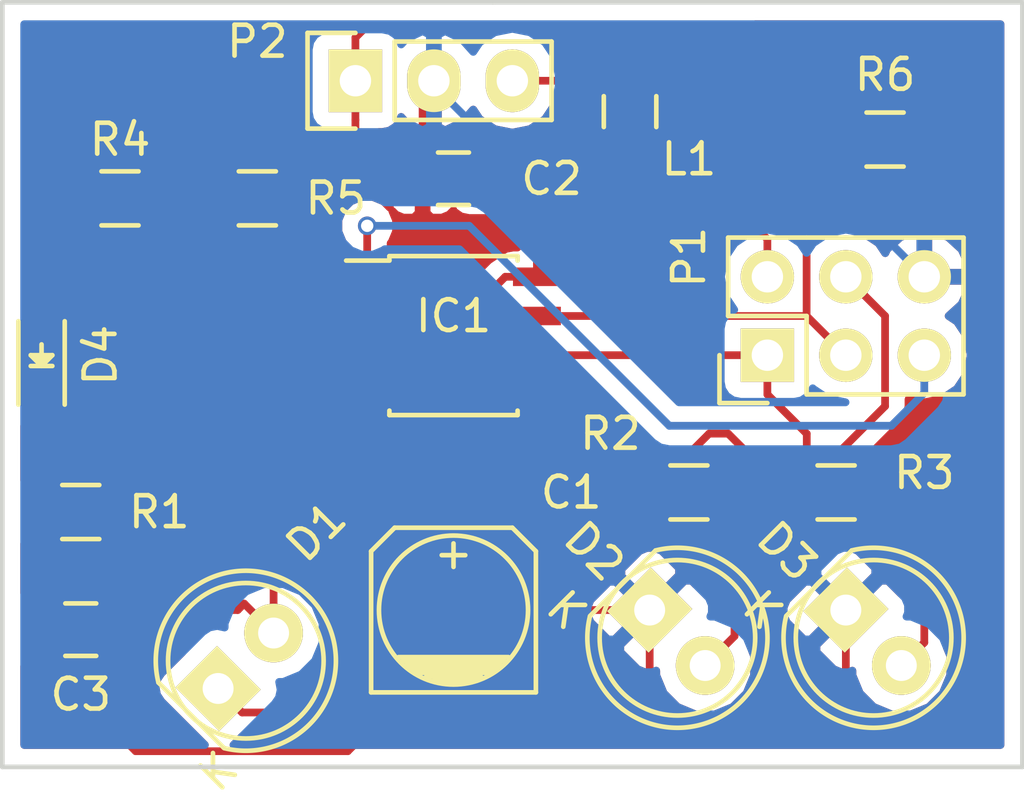
<source format=kicad_pcb>
(kicad_pcb (version 4) (host pcbnew 4.0.1-stable)

  (general
    (links 32)
    (no_connects 0)
    (area 130.099999 84.379999 163.270001 109.295001)
    (thickness 1.6)
    (drawings 5)
    (tracks 134)
    (zones 0)
    (modules 17)
    (nets 14)
  )

  (page A4)
  (layers
    (0 F.Cu signal)
    (31 B.Cu signal)
    (32 B.Adhes user)
    (33 F.Adhes user)
    (34 B.Paste user)
    (35 F.Paste user)
    (36 B.SilkS user)
    (37 F.SilkS user)
    (38 B.Mask user)
    (39 F.Mask user)
    (40 Dwgs.User user)
    (41 Cmts.User user)
    (42 Eco1.User user)
    (43 Eco2.User user)
    (44 Edge.Cuts user)
    (45 Margin user)
    (46 B.CrtYd user)
    (47 F.CrtYd user)
    (48 B.Fab user)
    (49 F.Fab user)
  )

  (setup
    (last_trace_width 0.25)
    (trace_clearance 0.2)
    (zone_clearance 0.508)
    (zone_45_only no)
    (trace_min 0.2)
    (segment_width 0.2)
    (edge_width 0.15)
    (via_size 0.6)
    (via_drill 0.4)
    (via_min_size 0.4)
    (via_min_drill 0.3)
    (uvia_size 0.3)
    (uvia_drill 0.1)
    (uvias_allowed no)
    (uvia_min_size 0.2)
    (uvia_min_drill 0.1)
    (pcb_text_width 0.3)
    (pcb_text_size 1.5 1.5)
    (mod_edge_width 0.15)
    (mod_text_size 1 1)
    (mod_text_width 0.15)
    (pad_size 1.524 1.524)
    (pad_drill 0.762)
    (pad_to_mask_clearance 0.2)
    (aux_axis_origin 0 0)
    (visible_elements FFFFFF7F)
    (pcbplotparams
      (layerselection 0x00030_80000001)
      (usegerberextensions false)
      (excludeedgelayer true)
      (linewidth 0.100000)
      (plotframeref false)
      (viasonmask false)
      (mode 1)
      (useauxorigin false)
      (hpglpennumber 1)
      (hpglpenspeed 20)
      (hpglpendiameter 15)
      (hpglpenoverlay 2)
      (psnegative false)
      (psa4output false)
      (plotreference true)
      (plotvalue true)
      (plotinvisibletext false)
      (padsonsilk false)
      (subtractmaskfromsilk false)
      (outputformat 1)
      (mirror false)
      (drillshape 1)
      (scaleselection 1)
      (outputdirectory ""))
  )

  (net 0 "")
  (net 1 "Net-(C1-Pad1)")
  (net 2 GND)
  (net 3 VCC)
  (net 4 "Net-(D2-Pad2)")
  (net 5 "Net-(D3-Pad2)")
  (net 6 "Net-(D4-Pad2)")
  (net 7 "Net-(IC1-Pad1)")
  (net 8 "Net-(IC1-Pad2)")
  (net 9 "Net-(IC1-Pad5)")
  (net 10 "Net-(IC1-Pad6)")
  (net 11 "Net-(IC1-Pad7)")
  (net 12 "Net-(L1-Pad2)")
  (net 13 "Net-(P2-Pad1)")

  (net_class Default "This is the default net class."
    (clearance 0.2)
    (trace_width 0.25)
    (via_dia 0.6)
    (via_drill 0.4)
    (uvia_dia 0.3)
    (uvia_drill 0.1)
    (add_net GND)
    (add_net "Net-(C1-Pad1)")
    (add_net "Net-(D2-Pad2)")
    (add_net "Net-(D3-Pad2)")
    (add_net "Net-(D4-Pad2)")
    (add_net "Net-(IC1-Pad1)")
    (add_net "Net-(IC1-Pad2)")
    (add_net "Net-(IC1-Pad5)")
    (add_net "Net-(IC1-Pad6)")
    (add_net "Net-(IC1-Pad7)")
    (add_net "Net-(L1-Pad2)")
    (add_net "Net-(P2-Pad1)")
    (add_net VCC)
  )

  (module LEDs:LED-5MM (layer F.Cu) (tedit 5570F7EA) (tstamp 56EA04A1)
    (at 151.13 104.14 315)
    (descr "LED 5mm round vertical")
    (tags "LED 5mm round vertical")
    (path /56E9FFED)
    (fp_text reference D2 (at -2.617038 -0.077039 315) (layer F.SilkS)
      (effects (font (size 1 1) (thickness 0.15)))
    )
    (fp_text value IR1 (at 1.524 -3.937 315) (layer F.Fab)
      (effects (font (size 1 1) (thickness 0.15)))
    )
    (fp_line (start -1.5 -1.55) (end -1.5 1.55) (layer F.CrtYd) (width 0.05))
    (fp_arc (start 1.3 0) (end -1.5 1.55) (angle -302) (layer F.CrtYd) (width 0.05))
    (fp_arc (start 1.27 0) (end -1.23 -1.5) (angle 297.5) (layer F.SilkS) (width 0.15))
    (fp_line (start -1.23 1.5) (end -1.23 -1.5) (layer F.SilkS) (width 0.15))
    (fp_circle (center 1.27 0) (end 0.97 -2.5) (layer F.SilkS) (width 0.15))
    (fp_text user K (at -1.905 1.905 315) (layer F.SilkS)
      (effects (font (size 1 1) (thickness 0.15)))
    )
    (pad 1 thru_hole rect (at 0 0 45) (size 2 1.9) (drill 1.00076) (layers *.Cu *.Mask F.SilkS)
      (net 2 GND))
    (pad 2 thru_hole circle (at 2.54 0 315) (size 1.9 1.9) (drill 1.00076) (layers *.Cu *.Mask F.SilkS)
      (net 4 "Net-(D2-Pad2)"))
    (model LEDs.3dshapes/LED-5MM.wrl
      (at (xyz 0.05 0 0))
      (scale (xyz 1 1 1))
      (rotate (xyz 0 0 90))
    )
  )

  (module Capacitors_SMD:C_0805 (layer F.Cu) (tedit 5415D6EA) (tstamp 56EA048F)
    (at 144.78 90.17 180)
    (descr "Capacitor SMD 0805, reflow soldering, AVX (see smccp.pdf)")
    (tags "capacitor 0805")
    (path /56E9FE32)
    (attr smd)
    (fp_text reference C2 (at -3.175 0 180) (layer F.SilkS)
      (effects (font (size 1 1) (thickness 0.15)))
    )
    (fp_text value 100nF (at 0 2.1 180) (layer F.Fab)
      (effects (font (size 1 1) (thickness 0.15)))
    )
    (fp_line (start -1.8 -1) (end 1.8 -1) (layer F.CrtYd) (width 0.05))
    (fp_line (start -1.8 1) (end 1.8 1) (layer F.CrtYd) (width 0.05))
    (fp_line (start -1.8 -1) (end -1.8 1) (layer F.CrtYd) (width 0.05))
    (fp_line (start 1.8 -1) (end 1.8 1) (layer F.CrtYd) (width 0.05))
    (fp_line (start 0.5 -0.85) (end -0.5 -0.85) (layer F.SilkS) (width 0.15))
    (fp_line (start -0.5 0.85) (end 0.5 0.85) (layer F.SilkS) (width 0.15))
    (pad 1 smd rect (at -1 0 180) (size 1 1.25) (layers F.Cu F.Paste F.Mask)
      (net 1 "Net-(C1-Pad1)"))
    (pad 2 smd rect (at 1 0 180) (size 1 1.25) (layers F.Cu F.Paste F.Mask)
      (net 2 GND))
    (model Capacitors_SMD.3dshapes/C_0805.wrl
      (at (xyz 0 0 0))
      (scale (xyz 1 1 1))
      (rotate (xyz 0 0 0))
    )
  )

  (module Capacitors_SMD:C_0805 (layer F.Cu) (tedit 5415D6EA) (tstamp 56EA0495)
    (at 132.715 104.775 180)
    (descr "Capacitor SMD 0805, reflow soldering, AVX (see smccp.pdf)")
    (tags "capacitor 0805")
    (path /56E9FF0F)
    (attr smd)
    (fp_text reference C3 (at 0 -2.1 180) (layer F.SilkS)
      (effects (font (size 1 1) (thickness 0.15)))
    )
    (fp_text value 1nF (at 0 2.1 180) (layer F.Fab)
      (effects (font (size 1 1) (thickness 0.15)))
    )
    (fp_line (start -1.8 -1) (end 1.8 -1) (layer F.CrtYd) (width 0.05))
    (fp_line (start -1.8 1) (end 1.8 1) (layer F.CrtYd) (width 0.05))
    (fp_line (start -1.8 -1) (end -1.8 1) (layer F.CrtYd) (width 0.05))
    (fp_line (start 1.8 -1) (end 1.8 1) (layer F.CrtYd) (width 0.05))
    (fp_line (start 0.5 -0.85) (end -0.5 -0.85) (layer F.SilkS) (width 0.15))
    (fp_line (start -0.5 0.85) (end 0.5 0.85) (layer F.SilkS) (width 0.15))
    (pad 1 smd rect (at -1 0 180) (size 1 1.25) (layers F.Cu F.Paste F.Mask)
      (net 3 VCC))
    (pad 2 smd rect (at 1 0 180) (size 1 1.25) (layers F.Cu F.Paste F.Mask)
      (net 2 GND))
    (model Capacitors_SMD.3dshapes/C_0805.wrl
      (at (xyz 0 0 0))
      (scale (xyz 1 1 1))
      (rotate (xyz 0 0 0))
    )
  )

  (module LEDs:LED-5MM (layer F.Cu) (tedit 5570F7EA) (tstamp 56EA049B)
    (at 137.16 106.68 45)
    (descr "LED 5mm round vertical")
    (tags "LED 5mm round vertical")
    (path /56EA38D2)
    (fp_text reference D1 (at 5.837166 -1.347038 45) (layer F.SilkS)
      (effects (font (size 1 1) (thickness 0.15)))
    )
    (fp_text value SFH3100F (at 1.524 -3.937 45) (layer F.Fab)
      (effects (font (size 1 1) (thickness 0.15)))
    )
    (fp_line (start -1.5 -1.55) (end -1.5 1.55) (layer F.CrtYd) (width 0.05))
    (fp_arc (start 1.3 0) (end -1.5 1.55) (angle -302) (layer F.CrtYd) (width 0.05))
    (fp_arc (start 1.27 0) (end -1.23 -1.5) (angle 297.5) (layer F.SilkS) (width 0.15))
    (fp_line (start -1.23 1.5) (end -1.23 -1.5) (layer F.SilkS) (width 0.15))
    (fp_circle (center 1.27 0) (end 0.97 -2.5) (layer F.SilkS) (width 0.15))
    (fp_text user K (at -1.905 1.905 45) (layer F.SilkS)
      (effects (font (size 1 1) (thickness 0.15)))
    )
    (pad 1 thru_hole rect (at 0 0 135) (size 2 1.9) (drill 1.00076) (layers *.Cu *.Mask F.SilkS)
      (net 1 "Net-(C1-Pad1)"))
    (pad 2 thru_hole circle (at 2.54 0 45) (size 1.9 1.9) (drill 1.00076) (layers *.Cu *.Mask F.SilkS)
      (net 3 VCC))
    (model LEDs.3dshapes/LED-5MM.wrl
      (at (xyz 0.05 0 0))
      (scale (xyz 1 1 1))
      (rotate (xyz 0 0 90))
    )
  )

  (module LEDs:LED-5MM (layer F.Cu) (tedit 5570F7EA) (tstamp 56EA04A7)
    (at 157.48 104.14 315)
    (descr "LED 5mm round vertical")
    (tags "LED 5mm round vertical")
    (path /56EA003D)
    (fp_text reference D3 (at -2.694077 0 315) (layer F.SilkS)
      (effects (font (size 1 1) (thickness 0.15)))
    )
    (fp_text value IR2 (at 1.524 -3.937 315) (layer F.Fab)
      (effects (font (size 1 1) (thickness 0.15)))
    )
    (fp_line (start -1.5 -1.55) (end -1.5 1.55) (layer F.CrtYd) (width 0.05))
    (fp_arc (start 1.3 0) (end -1.5 1.55) (angle -302) (layer F.CrtYd) (width 0.05))
    (fp_arc (start 1.27 0) (end -1.23 -1.5) (angle 297.5) (layer F.SilkS) (width 0.15))
    (fp_line (start -1.23 1.5) (end -1.23 -1.5) (layer F.SilkS) (width 0.15))
    (fp_circle (center 1.27 0) (end 0.97 -2.5) (layer F.SilkS) (width 0.15))
    (fp_text user K (at -1.905 1.905 315) (layer F.SilkS)
      (effects (font (size 1 1) (thickness 0.15)))
    )
    (pad 1 thru_hole rect (at 0 0 45) (size 2 1.9) (drill 1.00076) (layers *.Cu *.Mask F.SilkS)
      (net 2 GND))
    (pad 2 thru_hole circle (at 2.54 0 315) (size 1.9 1.9) (drill 1.00076) (layers *.Cu *.Mask F.SilkS)
      (net 5 "Net-(D3-Pad2)"))
    (model LEDs.3dshapes/LED-5MM.wrl
      (at (xyz 0.05 0 0))
      (scale (xyz 1 1 1))
      (rotate (xyz 0 0 90))
    )
  )

  (module LEDs:LED_0805 (layer F.Cu) (tedit 55BDE1C2) (tstamp 56EA04AD)
    (at 131.445 95.885 90)
    (descr "LED 0805 smd package")
    (tags "LED 0805 SMD")
    (path /56EA0088)
    (attr smd)
    (fp_text reference D4 (at 0 1.905 90) (layer F.SilkS)
      (effects (font (size 1 1) (thickness 0.15)))
    )
    (fp_text value PWR (at 0 1.75 90) (layer F.Fab)
      (effects (font (size 1 1) (thickness 0.15)))
    )
    (fp_line (start -1.6 0.75) (end 1.1 0.75) (layer F.SilkS) (width 0.15))
    (fp_line (start -1.6 -0.75) (end 1.1 -0.75) (layer F.SilkS) (width 0.15))
    (fp_line (start -0.1 0.15) (end -0.1 -0.1) (layer F.SilkS) (width 0.15))
    (fp_line (start -0.1 -0.1) (end -0.25 0.05) (layer F.SilkS) (width 0.15))
    (fp_line (start -0.35 -0.35) (end -0.35 0.35) (layer F.SilkS) (width 0.15))
    (fp_line (start 0 0) (end 0.35 0) (layer F.SilkS) (width 0.15))
    (fp_line (start -0.35 0) (end 0 -0.35) (layer F.SilkS) (width 0.15))
    (fp_line (start 0 -0.35) (end 0 0.35) (layer F.SilkS) (width 0.15))
    (fp_line (start 0 0.35) (end -0.35 0) (layer F.SilkS) (width 0.15))
    (fp_line (start 1.9 -0.95) (end 1.9 0.95) (layer F.CrtYd) (width 0.05))
    (fp_line (start 1.9 0.95) (end -1.9 0.95) (layer F.CrtYd) (width 0.05))
    (fp_line (start -1.9 0.95) (end -1.9 -0.95) (layer F.CrtYd) (width 0.05))
    (fp_line (start -1.9 -0.95) (end 1.9 -0.95) (layer F.CrtYd) (width 0.05))
    (pad 2 smd rect (at 1.04902 0 270) (size 1.19888 1.19888) (layers F.Cu F.Paste F.Mask)
      (net 6 "Net-(D4-Pad2)"))
    (pad 1 smd rect (at -1.04902 0 270) (size 1.19888 1.19888) (layers F.Cu F.Paste F.Mask)
      (net 2 GND))
    (model LEDs.3dshapes/LED_0805.wrl
      (at (xyz 0 0 0))
      (scale (xyz 1 1 1))
      (rotate (xyz 0 0 0))
    )
  )

  (module Housings_SOIC:SOIC-8_3.9x4.9mm_Pitch1.27mm (layer F.Cu) (tedit 54130A77) (tstamp 56EA04B9)
    (at 144.78 95.25)
    (descr "8-Lead Plastic Small Outline (SN) - Narrow, 3.90 mm Body [SOIC] (see Microchip Packaging Specification 00000049BS.pdf)")
    (tags "SOIC 1.27")
    (path /56E9FD4A)
    (attr smd)
    (fp_text reference IC1 (at 0 -0.635) (layer F.SilkS)
      (effects (font (size 1 1) (thickness 0.15)))
    )
    (fp_text value ATTINY25-SS (at 0 3.5) (layer F.Fab)
      (effects (font (size 1 1) (thickness 0.15)))
    )
    (fp_line (start -3.75 -2.75) (end -3.75 2.75) (layer F.CrtYd) (width 0.05))
    (fp_line (start 3.75 -2.75) (end 3.75 2.75) (layer F.CrtYd) (width 0.05))
    (fp_line (start -3.75 -2.75) (end 3.75 -2.75) (layer F.CrtYd) (width 0.05))
    (fp_line (start -3.75 2.75) (end 3.75 2.75) (layer F.CrtYd) (width 0.05))
    (fp_line (start -2.075 -2.575) (end -2.075 -2.43) (layer F.SilkS) (width 0.15))
    (fp_line (start 2.075 -2.575) (end 2.075 -2.43) (layer F.SilkS) (width 0.15))
    (fp_line (start 2.075 2.575) (end 2.075 2.43) (layer F.SilkS) (width 0.15))
    (fp_line (start -2.075 2.575) (end -2.075 2.43) (layer F.SilkS) (width 0.15))
    (fp_line (start -2.075 -2.575) (end 2.075 -2.575) (layer F.SilkS) (width 0.15))
    (fp_line (start -2.075 2.575) (end 2.075 2.575) (layer F.SilkS) (width 0.15))
    (fp_line (start -2.075 -2.43) (end -3.475 -2.43) (layer F.SilkS) (width 0.15))
    (pad 1 smd rect (at -2.7 -1.905) (size 1.55 0.6) (layers F.Cu F.Paste F.Mask)
      (net 7 "Net-(IC1-Pad1)"))
    (pad 2 smd rect (at -2.7 -0.635) (size 1.55 0.6) (layers F.Cu F.Paste F.Mask)
      (net 8 "Net-(IC1-Pad2)"))
    (pad 3 smd rect (at -2.7 0.635) (size 1.55 0.6) (layers F.Cu F.Paste F.Mask)
      (net 3 VCC))
    (pad 4 smd rect (at -2.7 1.905) (size 1.55 0.6) (layers F.Cu F.Paste F.Mask)
      (net 2 GND))
    (pad 5 smd rect (at 2.7 1.905) (size 1.55 0.6) (layers F.Cu F.Paste F.Mask)
      (net 9 "Net-(IC1-Pad5)"))
    (pad 6 smd rect (at 2.7 0.635) (size 1.55 0.6) (layers F.Cu F.Paste F.Mask)
      (net 10 "Net-(IC1-Pad6)"))
    (pad 7 smd rect (at 2.7 -0.635) (size 1.55 0.6) (layers F.Cu F.Paste F.Mask)
      (net 11 "Net-(IC1-Pad7)"))
    (pad 8 smd rect (at 2.7 -1.905) (size 1.55 0.6) (layers F.Cu F.Paste F.Mask)
      (net 1 "Net-(C1-Pad1)"))
    (model Housings_SOIC.3dshapes/SOIC-8_3.9x4.9mm_Pitch1.27mm.wrl
      (at (xyz 0 0 0))
      (scale (xyz 1 1 1))
      (rotate (xyz 0 0 0))
    )
  )

  (module Capacitors_SMD:C_0805 (layer F.Cu) (tedit 5415D6EA) (tstamp 56EA04BF)
    (at 150.495 87.995 90)
    (descr "Capacitor SMD 0805, reflow soldering, AVX (see smccp.pdf)")
    (tags "capacitor 0805")
    (path /56EA0229)
    (attr smd)
    (fp_text reference L1 (at -1.54 1.905 180) (layer F.SilkS)
      (effects (font (size 1 1) (thickness 0.15)))
    )
    (fp_text value 1uH (at 0 2.1 90) (layer F.Fab)
      (effects (font (size 1 1) (thickness 0.15)))
    )
    (fp_line (start -1.8 -1) (end 1.8 -1) (layer F.CrtYd) (width 0.05))
    (fp_line (start -1.8 1) (end 1.8 1) (layer F.CrtYd) (width 0.05))
    (fp_line (start -1.8 -1) (end -1.8 1) (layer F.CrtYd) (width 0.05))
    (fp_line (start 1.8 -1) (end 1.8 1) (layer F.CrtYd) (width 0.05))
    (fp_line (start 0.5 -0.85) (end -0.5 -0.85) (layer F.SilkS) (width 0.15))
    (fp_line (start -0.5 0.85) (end 0.5 0.85) (layer F.SilkS) (width 0.15))
    (pad 1 smd rect (at -1 0 90) (size 1 1.25) (layers F.Cu F.Paste F.Mask)
      (net 1 "Net-(C1-Pad1)"))
    (pad 2 smd rect (at 1 0 90) (size 1 1.25) (layers F.Cu F.Paste F.Mask)
      (net 12 "Net-(L1-Pad2)"))
    (model Capacitors_SMD.3dshapes/C_0805.wrl
      (at (xyz 0 0 0))
      (scale (xyz 1 1 1))
      (rotate (xyz 0 0 0))
    )
  )

  (module Pin_Headers:Pin_Header_Straight_2x03 (layer F.Cu) (tedit 54EA0A4B) (tstamp 56EA04C9)
    (at 154.94 95.885 90)
    (descr "Through hole pin header")
    (tags "pin header")
    (path /56EA00EB)
    (fp_text reference P1 (at 3.175 -2.54 90) (layer F.SilkS)
      (effects (font (size 1 1) (thickness 0.15)))
    )
    (fp_text value AVR_ISP (at 0 -3.1 90) (layer F.Fab)
      (effects (font (size 1 1) (thickness 0.15)))
    )
    (fp_line (start -1.27 1.27) (end -1.27 6.35) (layer F.SilkS) (width 0.15))
    (fp_line (start -1.55 -1.55) (end 0 -1.55) (layer F.SilkS) (width 0.15))
    (fp_line (start -1.75 -1.75) (end -1.75 6.85) (layer F.CrtYd) (width 0.05))
    (fp_line (start 4.3 -1.75) (end 4.3 6.85) (layer F.CrtYd) (width 0.05))
    (fp_line (start -1.75 -1.75) (end 4.3 -1.75) (layer F.CrtYd) (width 0.05))
    (fp_line (start -1.75 6.85) (end 4.3 6.85) (layer F.CrtYd) (width 0.05))
    (fp_line (start 1.27 -1.27) (end 1.27 1.27) (layer F.SilkS) (width 0.15))
    (fp_line (start 1.27 1.27) (end -1.27 1.27) (layer F.SilkS) (width 0.15))
    (fp_line (start -1.27 6.35) (end 3.81 6.35) (layer F.SilkS) (width 0.15))
    (fp_line (start 3.81 6.35) (end 3.81 1.27) (layer F.SilkS) (width 0.15))
    (fp_line (start -1.55 -1.55) (end -1.55 0) (layer F.SilkS) (width 0.15))
    (fp_line (start 3.81 -1.27) (end 1.27 -1.27) (layer F.SilkS) (width 0.15))
    (fp_line (start 3.81 1.27) (end 3.81 -1.27) (layer F.SilkS) (width 0.15))
    (pad 1 thru_hole rect (at 0 0 90) (size 1.7272 1.7272) (drill 1.016) (layers *.Cu *.Mask F.SilkS)
      (net 10 "Net-(IC1-Pad6)"))
    (pad 2 thru_hole oval (at 2.54 0 90) (size 1.7272 1.7272) (drill 1.016) (layers *.Cu *.Mask F.SilkS)
      (net 1 "Net-(C1-Pad1)"))
    (pad 3 thru_hole oval (at 0 2.54 90) (size 1.7272 1.7272) (drill 1.016) (layers *.Cu *.Mask F.SilkS)
      (net 11 "Net-(IC1-Pad7)"))
    (pad 4 thru_hole oval (at 2.54 2.54 90) (size 1.7272 1.7272) (drill 1.016) (layers *.Cu *.Mask F.SilkS)
      (net 9 "Net-(IC1-Pad5)"))
    (pad 5 thru_hole oval (at 0 5.08 90) (size 1.7272 1.7272) (drill 1.016) (layers *.Cu *.Mask F.SilkS)
      (net 7 "Net-(IC1-Pad1)"))
    (pad 6 thru_hole oval (at 2.54 5.08 90) (size 1.7272 1.7272) (drill 1.016) (layers *.Cu *.Mask F.SilkS)
      (net 2 GND))
    (model Pin_Headers.3dshapes/Pin_Header_Straight_2x03.wrl
      (at (xyz 0.05 -0.1 0))
      (scale (xyz 1 1 1))
      (rotate (xyz 0 0 90))
    )
  )

  (module Pin_Headers:Pin_Header_Straight_1x03 (layer F.Cu) (tedit 0) (tstamp 56EA04D0)
    (at 141.605 86.995 90)
    (descr "Through hole pin header")
    (tags "pin header")
    (path /56EA01E2)
    (fp_text reference P2 (at 1.27 -3.175 180) (layer F.SilkS)
      (effects (font (size 1 1) (thickness 0.15)))
    )
    (fp_text value OUT (at 0 -3.1 90) (layer F.Fab)
      (effects (font (size 1 1) (thickness 0.15)))
    )
    (fp_line (start -1.75 -1.75) (end -1.75 6.85) (layer F.CrtYd) (width 0.05))
    (fp_line (start 1.75 -1.75) (end 1.75 6.85) (layer F.CrtYd) (width 0.05))
    (fp_line (start -1.75 -1.75) (end 1.75 -1.75) (layer F.CrtYd) (width 0.05))
    (fp_line (start -1.75 6.85) (end 1.75 6.85) (layer F.CrtYd) (width 0.05))
    (fp_line (start -1.27 1.27) (end -1.27 6.35) (layer F.SilkS) (width 0.15))
    (fp_line (start -1.27 6.35) (end 1.27 6.35) (layer F.SilkS) (width 0.15))
    (fp_line (start 1.27 6.35) (end 1.27 1.27) (layer F.SilkS) (width 0.15))
    (fp_line (start 1.55 -1.55) (end 1.55 0) (layer F.SilkS) (width 0.15))
    (fp_line (start 1.27 1.27) (end -1.27 1.27) (layer F.SilkS) (width 0.15))
    (fp_line (start -1.55 0) (end -1.55 -1.55) (layer F.SilkS) (width 0.15))
    (fp_line (start -1.55 -1.55) (end 1.55 -1.55) (layer F.SilkS) (width 0.15))
    (pad 1 thru_hole rect (at 0 0 90) (size 2.032 1.7272) (drill 1.016) (layers *.Cu *.Mask F.SilkS)
      (net 13 "Net-(P2-Pad1)"))
    (pad 2 thru_hole oval (at 0 2.54 90) (size 2.032 1.7272) (drill 1.016) (layers *.Cu *.Mask F.SilkS)
      (net 2 GND))
    (pad 3 thru_hole oval (at 0 5.08 90) (size 2.032 1.7272) (drill 1.016) (layers *.Cu *.Mask F.SilkS)
      (net 12 "Net-(L1-Pad2)"))
    (model Pin_Headers.3dshapes/Pin_Header_Straight_1x03.wrl
      (at (xyz 0 -0.1 0))
      (scale (xyz 1 1 1))
      (rotate (xyz 0 0 90))
    )
  )

  (module Resistors_SMD:R_0805 (layer F.Cu) (tedit 5415CDEB) (tstamp 56EA04D6)
    (at 132.715 100.965 180)
    (descr "Resistor SMD 0805, reflow soldering, Vishay (see dcrcw.pdf)")
    (tags "resistor 0805")
    (path /56E9FD98)
    (attr smd)
    (fp_text reference R1 (at -2.54 0 180) (layer F.SilkS)
      (effects (font (size 1 1) (thickness 0.15)))
    )
    (fp_text value 6k8 (at 0 2.1 180) (layer F.Fab)
      (effects (font (size 1 1) (thickness 0.15)))
    )
    (fp_line (start -1.6 -1) (end 1.6 -1) (layer F.CrtYd) (width 0.05))
    (fp_line (start -1.6 1) (end 1.6 1) (layer F.CrtYd) (width 0.05))
    (fp_line (start -1.6 -1) (end -1.6 1) (layer F.CrtYd) (width 0.05))
    (fp_line (start 1.6 -1) (end 1.6 1) (layer F.CrtYd) (width 0.05))
    (fp_line (start 0.6 0.875) (end -0.6 0.875) (layer F.SilkS) (width 0.15))
    (fp_line (start -0.6 -0.875) (end 0.6 -0.875) (layer F.SilkS) (width 0.15))
    (pad 1 smd rect (at -0.95 0 180) (size 0.7 1.3) (layers F.Cu F.Paste F.Mask)
      (net 3 VCC))
    (pad 2 smd rect (at 0.95 0 180) (size 0.7 1.3) (layers F.Cu F.Paste F.Mask)
      (net 2 GND))
    (model Resistors_SMD.3dshapes/R_0805.wrl
      (at (xyz 0 0 0))
      (scale (xyz 1 1 1))
      (rotate (xyz 0 0 0))
    )
  )

  (module Resistors_SMD:R_0805 (layer F.Cu) (tedit 5415CDEB) (tstamp 56EA04DC)
    (at 152.4 100.33)
    (descr "Resistor SMD 0805, reflow soldering, Vishay (see dcrcw.pdf)")
    (tags "resistor 0805")
    (path /56E9FF4F)
    (attr smd)
    (fp_text reference R2 (at -2.54 -1.905) (layer F.SilkS)
      (effects (font (size 1 1) (thickness 0.15)))
    )
    (fp_text value 866R (at 0 2.1) (layer F.Fab)
      (effects (font (size 1 1) (thickness 0.15)))
    )
    (fp_line (start -1.6 -1) (end 1.6 -1) (layer F.CrtYd) (width 0.05))
    (fp_line (start -1.6 1) (end 1.6 1) (layer F.CrtYd) (width 0.05))
    (fp_line (start -1.6 -1) (end -1.6 1) (layer F.CrtYd) (width 0.05))
    (fp_line (start 1.6 -1) (end 1.6 1) (layer F.CrtYd) (width 0.05))
    (fp_line (start 0.6 0.875) (end -0.6 0.875) (layer F.SilkS) (width 0.15))
    (fp_line (start -0.6 -0.875) (end 0.6 -0.875) (layer F.SilkS) (width 0.15))
    (pad 1 smd rect (at -0.95 0) (size 0.7 1.3) (layers F.Cu F.Paste F.Mask)
      (net 9 "Net-(IC1-Pad5)"))
    (pad 2 smd rect (at 0.95 0) (size 0.7 1.3) (layers F.Cu F.Paste F.Mask)
      (net 4 "Net-(D2-Pad2)"))
    (model Resistors_SMD.3dshapes/R_0805.wrl
      (at (xyz 0 0 0))
      (scale (xyz 1 1 1))
      (rotate (xyz 0 0 0))
    )
  )

  (module Resistors_SMD:R_0805 (layer F.Cu) (tedit 5415CDEB) (tstamp 56EA04E2)
    (at 157.165 100.33)
    (descr "Resistor SMD 0805, reflow soldering, Vishay (see dcrcw.pdf)")
    (tags "resistor 0805")
    (path /56E9FF88)
    (attr smd)
    (fp_text reference R3 (at 2.855 -0.635) (layer F.SilkS)
      (effects (font (size 1 1) (thickness 0.15)))
    )
    (fp_text value 1k (at 0 2.1) (layer F.Fab)
      (effects (font (size 1 1) (thickness 0.15)))
    )
    (fp_line (start -1.6 -1) (end 1.6 -1) (layer F.CrtYd) (width 0.05))
    (fp_line (start -1.6 1) (end 1.6 1) (layer F.CrtYd) (width 0.05))
    (fp_line (start -1.6 -1) (end -1.6 1) (layer F.CrtYd) (width 0.05))
    (fp_line (start 1.6 -1) (end 1.6 1) (layer F.CrtYd) (width 0.05))
    (fp_line (start 0.6 0.875) (end -0.6 0.875) (layer F.SilkS) (width 0.15))
    (fp_line (start -0.6 -0.875) (end 0.6 -0.875) (layer F.SilkS) (width 0.15))
    (pad 1 smd rect (at -0.95 0) (size 0.7 1.3) (layers F.Cu F.Paste F.Mask)
      (net 10 "Net-(IC1-Pad6)"))
    (pad 2 smd rect (at 0.95 0) (size 0.7 1.3) (layers F.Cu F.Paste F.Mask)
      (net 5 "Net-(D3-Pad2)"))
    (model Resistors_SMD.3dshapes/R_0805.wrl
      (at (xyz 0 0 0))
      (scale (xyz 1 1 1))
      (rotate (xyz 0 0 0))
    )
  )

  (module Resistors_SMD:R_0805 (layer F.Cu) (tedit 5415CDEB) (tstamp 56EA04E8)
    (at 133.985 90.805 180)
    (descr "Resistor SMD 0805, reflow soldering, Vishay (see dcrcw.pdf)")
    (tags "resistor 0805")
    (path /56E9FFB3)
    (attr smd)
    (fp_text reference R4 (at 0 1.905 180) (layer F.SilkS)
      (effects (font (size 1 1) (thickness 0.15)))
    )
    (fp_text value 330R (at 0 2.1 180) (layer F.Fab)
      (effects (font (size 1 1) (thickness 0.15)))
    )
    (fp_line (start -1.6 -1) (end 1.6 -1) (layer F.CrtYd) (width 0.05))
    (fp_line (start -1.6 1) (end 1.6 1) (layer F.CrtYd) (width 0.05))
    (fp_line (start -1.6 -1) (end -1.6 1) (layer F.CrtYd) (width 0.05))
    (fp_line (start 1.6 -1) (end 1.6 1) (layer F.CrtYd) (width 0.05))
    (fp_line (start 0.6 0.875) (end -0.6 0.875) (layer F.SilkS) (width 0.15))
    (fp_line (start -0.6 -0.875) (end 0.6 -0.875) (layer F.SilkS) (width 0.15))
    (pad 1 smd rect (at -0.95 0 180) (size 0.7 1.3) (layers F.Cu F.Paste F.Mask)
      (net 8 "Net-(IC1-Pad2)"))
    (pad 2 smd rect (at 0.95 0 180) (size 0.7 1.3) (layers F.Cu F.Paste F.Mask)
      (net 6 "Net-(D4-Pad2)"))
    (model Resistors_SMD.3dshapes/R_0805.wrl
      (at (xyz 0 0 0))
      (scale (xyz 1 1 1))
      (rotate (xyz 0 0 0))
    )
  )

  (module Resistors_SMD:R_0805 (layer F.Cu) (tedit 5415CDEB) (tstamp 56EA04EE)
    (at 138.43 90.805 180)
    (descr "Resistor SMD 0805, reflow soldering, Vishay (see dcrcw.pdf)")
    (tags "resistor 0805")
    (path /56EA0147)
    (attr smd)
    (fp_text reference R5 (at -2.54 0 180) (layer F.SilkS)
      (effects (font (size 1 1) (thickness 0.15)))
    )
    (fp_text value 3k (at 0 2.1 180) (layer F.Fab)
      (effects (font (size 1 1) (thickness 0.15)))
    )
    (fp_line (start -1.6 -1) (end 1.6 -1) (layer F.CrtYd) (width 0.05))
    (fp_line (start -1.6 1) (end 1.6 1) (layer F.CrtYd) (width 0.05))
    (fp_line (start -1.6 -1) (end -1.6 1) (layer F.CrtYd) (width 0.05))
    (fp_line (start 1.6 -1) (end 1.6 1) (layer F.CrtYd) (width 0.05))
    (fp_line (start 0.6 0.875) (end -0.6 0.875) (layer F.SilkS) (width 0.15))
    (fp_line (start -0.6 -0.875) (end 0.6 -0.875) (layer F.SilkS) (width 0.15))
    (pad 1 smd rect (at -0.95 0 180) (size 0.7 1.3) (layers F.Cu F.Paste F.Mask)
      (net 13 "Net-(P2-Pad1)"))
    (pad 2 smd rect (at 0.95 0 180) (size 0.7 1.3) (layers F.Cu F.Paste F.Mask)
      (net 8 "Net-(IC1-Pad2)"))
    (model Resistors_SMD.3dshapes/R_0805.wrl
      (at (xyz 0 0 0))
      (scale (xyz 1 1 1))
      (rotate (xyz 0 0 0))
    )
  )

  (module Resistors_SMD:R_0805 (layer F.Cu) (tedit 5415CDEB) (tstamp 56EA04F4)
    (at 158.75 88.9)
    (descr "Resistor SMD 0805, reflow soldering, Vishay (see dcrcw.pdf)")
    (tags "resistor 0805")
    (path /56EA01A0)
    (attr smd)
    (fp_text reference R6 (at 0 -2.1) (layer F.SilkS)
      (effects (font (size 1 1) (thickness 0.15)))
    )
    (fp_text value 3k3 (at 0 2.1) (layer F.Fab)
      (effects (font (size 1 1) (thickness 0.15)))
    )
    (fp_line (start -1.6 -1) (end 1.6 -1) (layer F.CrtYd) (width 0.05))
    (fp_line (start -1.6 1) (end 1.6 1) (layer F.CrtYd) (width 0.05))
    (fp_line (start -1.6 -1) (end -1.6 1) (layer F.CrtYd) (width 0.05))
    (fp_line (start 1.6 -1) (end 1.6 1) (layer F.CrtYd) (width 0.05))
    (fp_line (start 0.6 0.875) (end -0.6 0.875) (layer F.SilkS) (width 0.15))
    (fp_line (start -0.6 -0.875) (end 0.6 -0.875) (layer F.SilkS) (width 0.15))
    (pad 1 smd rect (at -0.95 0) (size 0.7 1.3) (layers F.Cu F.Paste F.Mask)
      (net 13 "Net-(P2-Pad1)"))
    (pad 2 smd rect (at 0.95 0) (size 0.7 1.3) (layers F.Cu F.Paste F.Mask)
      (net 11 "Net-(IC1-Pad7)"))
    (model Resistors_SMD.3dshapes/R_0805.wrl
      (at (xyz 0 0 0))
      (scale (xyz 1 1 1))
      (rotate (xyz 0 0 0))
    )
  )

  (module Capacitors_SMD:c_elec_5x5.7 (layer F.Cu) (tedit 55725CEC) (tstamp 56EA0591)
    (at 144.78 104.14 90)
    (descr "SMT capacitor, aluminium electrolytic, 5x5.7")
    (path /56E9FDD8)
    (attr smd)
    (fp_text reference C1 (at 3.81 3.81 180) (layer F.SilkS)
      (effects (font (size 1 1) (thickness 0.15)))
    )
    (fp_text value "22uF 25v" (at 0 3.81 90) (layer F.Fab)
      (effects (font (size 1 1) (thickness 0.15)))
    )
    (fp_line (start -3.95 -3) (end 3.95 -3) (layer F.CrtYd) (width 0.05))
    (fp_line (start 3.95 -3) (end 3.95 3) (layer F.CrtYd) (width 0.05))
    (fp_line (start 3.95 3) (end -3.95 3) (layer F.CrtYd) (width 0.05))
    (fp_line (start -3.95 3) (end -3.95 -3) (layer F.CrtYd) (width 0.05))
    (fp_line (start -2.286 -0.635) (end -2.286 0.762) (layer F.SilkS) (width 0.15))
    (fp_line (start -2.159 -0.889) (end -2.159 0.889) (layer F.SilkS) (width 0.15))
    (fp_line (start -2.032 -1.27) (end -2.032 1.27) (layer F.SilkS) (width 0.15))
    (fp_line (start -1.905 1.397) (end -1.905 -1.397) (layer F.SilkS) (width 0.15))
    (fp_line (start -1.778 -1.524) (end -1.778 1.524) (layer F.SilkS) (width 0.15))
    (fp_line (start -1.651 1.651) (end -1.651 -1.651) (layer F.SilkS) (width 0.15))
    (fp_line (start -1.524 -1.778) (end -1.524 1.778) (layer F.SilkS) (width 0.15))
    (fp_line (start -2.667 -2.667) (end 1.905 -2.667) (layer F.SilkS) (width 0.15))
    (fp_line (start 1.905 -2.667) (end 2.667 -1.905) (layer F.SilkS) (width 0.15))
    (fp_line (start 2.667 -1.905) (end 2.667 1.905) (layer F.SilkS) (width 0.15))
    (fp_line (start 2.667 1.905) (end 1.905 2.667) (layer F.SilkS) (width 0.15))
    (fp_line (start 1.905 2.667) (end -2.667 2.667) (layer F.SilkS) (width 0.15))
    (fp_line (start -2.667 2.667) (end -2.667 -2.667) (layer F.SilkS) (width 0.15))
    (fp_line (start 2.159 0) (end 1.397 0) (layer F.SilkS) (width 0.15))
    (fp_line (start 1.778 -0.381) (end 1.778 0.381) (layer F.SilkS) (width 0.15))
    (fp_circle (center 0 0) (end -2.413 0) (layer F.SilkS) (width 0.15))
    (pad 1 smd rect (at 2.19964 0 90) (size 2.99974 1.6002) (layers F.Cu F.Paste F.Mask)
      (net 1 "Net-(C1-Pad1)"))
    (pad 2 smd rect (at -2.19964 0 90) (size 2.99974 1.6002) (layers F.Cu F.Paste F.Mask)
      (net 2 GND))
    (model Capacitors_SMD.3dshapes/c_elec_5x5.7.wrl
      (at (xyz 0 0 0))
      (scale (xyz 1 1 1))
      (rotate (xyz 0 0 0))
    )
  )

  (gr_line (start 163.195 84.455) (end 146.05 84.455) (layer Edge.Cuts) (width 0.15))
  (gr_line (start 163.195 109.22) (end 163.195 84.455) (layer Edge.Cuts) (width 0.15))
  (gr_line (start 130.175 109.22) (end 163.195 109.22) (layer Edge.Cuts) (width 0.15))
  (gr_line (start 130.175 84.455) (end 130.175 109.22) (layer Edge.Cuts) (width 0.15))
  (gr_line (start 146.05 84.455) (end 130.175 84.455) (layer Edge.Cuts) (width 0.15))

  (segment (start 145.669 97.028) (end 144.78 97.917) (width 0.25) (layer F.Cu) (net 1))
  (segment (start 144.78 97.917) (end 144.78 101.94036) (width 0.25) (layer F.Cu) (net 1))
  (segment (start 145.669 94.131) (end 145.669 97.028) (width 0.25) (layer F.Cu) (net 1))
  (segment (start 147.48 93.345) (end 146.455 93.345) (width 0.25) (layer F.Cu) (net 1))
  (segment (start 146.455 93.345) (end 145.669 94.131) (width 0.25) (layer F.Cu) (net 1))
  (segment (start 147.48 93.345) (end 147.48 92.795) (width 0.25) (layer F.Cu) (net 1))
  (segment (start 147.48 92.795) (end 147.955 92.32) (width 0.25) (layer F.Cu) (net 1))
  (segment (start 147.955 92.32) (end 147.955 90.17) (width 0.25) (layer F.Cu) (net 1))
  (segment (start 154.94 93.345) (end 154.94 92.123686) (width 0.25) (layer F.Cu) (net 1))
  (segment (start 154.94 92.123686) (end 151.811314 88.995) (width 0.25) (layer F.Cu) (net 1))
  (segment (start 151.811314 88.995) (end 151.37 88.995) (width 0.25) (layer F.Cu) (net 1))
  (segment (start 151.37 88.995) (end 150.495 88.995) (width 0.25) (layer F.Cu) (net 1))
  (segment (start 147.955 90.17) (end 149.13 88.995) (width 0.25) (layer F.Cu) (net 1))
  (segment (start 149.13 88.995) (end 150.495 88.995) (width 0.25) (layer F.Cu) (net 1))
  (segment (start 145.78 90.17) (end 147.955 90.17) (width 0.25) (layer F.Cu) (net 1))
  (segment (start 137.16 106.68) (end 137.937816 107.457816) (width 0.25) (layer F.Cu) (net 1))
  (segment (start 137.937816 107.457816) (end 139.557184 107.457816) (width 0.25) (layer F.Cu) (net 1))
  (segment (start 139.557184 107.457816) (end 142.875 104.14) (width 0.25) (layer F.Cu) (net 1))
  (segment (start 142.875 104.14) (end 142.875 102.79526) (width 0.25) (layer F.Cu) (net 1))
  (segment (start 142.875 102.79526) (end 143.7299 101.94036) (width 0.25) (layer F.Cu) (net 1))
  (segment (start 143.7299 101.94036) (end 144.78 101.94036) (width 0.25) (layer F.Cu) (net 1))
  (segment (start 148.4376 91.44) (end 158.115 91.44) (width 0.25) (layer B.Cu) (net 2))
  (segment (start 158.115 91.44) (end 160.02 93.345) (width 0.25) (layer B.Cu) (net 2))
  (segment (start 144.145 86.995) (end 144.145 87.1474) (width 0.25) (layer B.Cu) (net 2))
  (segment (start 144.145 87.1474) (end 148.4376 91.44) (width 0.25) (layer B.Cu) (net 2))
  (segment (start 157.353 106.299) (end 158.877 107.823) (width 0.25) (layer F.Cu) (net 2))
  (segment (start 158.877 107.823) (end 159.766 107.823) (width 0.25) (layer F.Cu) (net 2))
  (segment (start 161.29 105.3465) (end 161.9885 104.648) (width 0.25) (layer F.Cu) (net 2))
  (segment (start 159.766 107.823) (end 161.29 106.299) (width 0.25) (layer F.Cu) (net 2))
  (segment (start 161.29 106.299) (end 161.29 105.3465) (width 0.25) (layer F.Cu) (net 2))
  (segment (start 161.9885 104.648) (end 161.9885 94.107) (width 0.25) (layer F.Cu) (net 2))
  (segment (start 161.241314 93.359814) (end 161.241314 93.345) (width 0.25) (layer F.Cu) (net 2))
  (segment (start 161.241314 93.345) (end 160.02 93.345) (width 0.25) (layer F.Cu) (net 2))
  (segment (start 161.9885 94.107) (end 161.241314 93.359814) (width 0.25) (layer F.Cu) (net 2))
  (segment (start 142.08 97.155) (end 131.66598 97.155) (width 0.25) (layer F.Cu) (net 2))
  (segment (start 131.66598 97.155) (end 131.445 96.93402) (width 0.25) (layer F.Cu) (net 2))
  (segment (start 155.575 108.077) (end 157.353 106.299) (width 0.25) (layer F.Cu) (net 2))
  (segment (start 157.353 106.299) (end 157.48 106.172) (width 0.25) (layer F.Cu) (net 2))
  (segment (start 151.13 104.14) (end 151.13 106.553) (width 0.25) (layer F.Cu) (net 2))
  (segment (start 151.13 106.553) (end 152.654 108.077) (width 0.25) (layer F.Cu) (net 2))
  (segment (start 152.654 108.077) (end 155.575 108.077) (width 0.25) (layer F.Cu) (net 2))
  (segment (start 157.48 106.172) (end 157.48 104.14) (width 0.25) (layer F.Cu) (net 2))
  (segment (start 151.13 104.14) (end 146.27987 104.14) (width 0.25) (layer F.Cu) (net 2))
  (segment (start 146.27987 104.14) (end 144.78 105.63987) (width 0.25) (layer F.Cu) (net 2))
  (segment (start 144.78 105.63987) (end 144.78 106.33964) (width 0.25) (layer F.Cu) (net 2))
  (segment (start 144.78 106.33964) (end 143.7299 106.33964) (width 0.25) (layer F.Cu) (net 2))
  (segment (start 131.715 105.934) (end 131.715 104.775) (width 0.25) (layer F.Cu) (net 2))
  (segment (start 143.7299 106.33964) (end 141.35754 108.712) (width 0.25) (layer F.Cu) (net 2))
  (segment (start 141.35754 108.712) (end 134.493 108.712) (width 0.25) (layer F.Cu) (net 2))
  (segment (start 134.493 108.712) (end 131.715 105.934) (width 0.25) (layer F.Cu) (net 2))
  (segment (start 131.715 104.775) (end 131.715 101.015) (width 0.25) (layer F.Cu) (net 2))
  (segment (start 131.715 101.015) (end 131.765 100.965) (width 0.25) (layer F.Cu) (net 2))
  (segment (start 131.765 100.965) (end 131.765 97.25402) (width 0.25) (layer F.Cu) (net 2))
  (segment (start 131.765 97.25402) (end 131.445 96.93402) (width 0.25) (layer F.Cu) (net 2))
  (segment (start 143.78 90.17) (end 143.78 87.36) (width 0.25) (layer F.Cu) (net 2))
  (segment (start 143.78 87.36) (end 144.145 86.995) (width 0.25) (layer F.Cu) (net 2))
  (segment (start 142.08 95.885) (end 143.383 95.885) (width 0.25) (layer F.Cu) (net 3))
  (segment (start 143.764 97.917) (end 138.956051 102.724949) (width 0.25) (layer F.Cu) (net 3))
  (segment (start 143.383 95.885) (end 143.764 96.266) (width 0.25) (layer F.Cu) (net 3))
  (segment (start 143.764 96.266) (end 143.764 97.917) (width 0.25) (layer F.Cu) (net 3))
  (segment (start 138.956051 102.724949) (end 138.956051 104.883949) (width 0.25) (layer F.Cu) (net 3))
  (segment (start 137.795 104.14) (end 138.00105 103.93395) (width 0.25) (layer F.Cu) (net 3))
  (segment (start 138.00105 103.93395) (end 138.006052 103.93395) (width 0.25) (layer F.Cu) (net 3))
  (segment (start 138.006052 103.93395) (end 138.956051 104.883949) (width 0.25) (layer F.Cu) (net 3))
  (segment (start 136.525 104.14) (end 137.795 104.14) (width 0.25) (layer F.Cu) (net 3))
  (segment (start 135.89 104.775) (end 136.525 104.14) (width 0.25) (layer F.Cu) (net 3))
  (segment (start 133.715 104.775) (end 135.89 104.775) (width 0.25) (layer F.Cu) (net 3))
  (segment (start 133.715 104.775) (end 133.715 101.015) (width 0.25) (layer F.Cu) (net 3))
  (segment (start 133.715 101.015) (end 133.665 100.965) (width 0.25) (layer F.Cu) (net 3))
  (segment (start 153.87605 103.71105) (end 153.35 103.185) (width 0.25) (layer F.Cu) (net 4))
  (segment (start 153.35 103.185) (end 153.35 100.33) (width 0.25) (layer F.Cu) (net 4))
  (segment (start 152.926051 105.936051) (end 153.87605 104.986052) (width 0.25) (layer F.Cu) (net 4))
  (segment (start 153.87605 104.986052) (end 153.87605 103.71105) (width 0.25) (layer F.Cu) (net 4))
  (segment (start 159.276051 105.936051) (end 160.02 105.192102) (width 0.25) (layer F.Cu) (net 5))
  (segment (start 160.02 105.192102) (end 160.02 101.635) (width 0.25) (layer F.Cu) (net 5))
  (segment (start 158.715 100.33) (end 158.115 100.33) (width 0.25) (layer F.Cu) (net 5))
  (segment (start 160.02 101.635) (end 158.715 100.33) (width 0.25) (layer F.Cu) (net 5))
  (segment (start 132.08 92.075) (end 131.445 92.71) (width 0.25) (layer F.Cu) (net 6))
  (segment (start 131.445 92.71) (end 131.445 94.83598) (width 0.25) (layer F.Cu) (net 6))
  (segment (start 132.08 92.06) (end 132.08 92.075) (width 0.25) (layer F.Cu) (net 6))
  (segment (start 133.035 90.805) (end 133.035 91.105) (width 0.25) (layer F.Cu) (net 6))
  (segment (start 133.035 91.105) (end 132.08 92.06) (width 0.25) (layer F.Cu) (net 6))
  (segment (start 141.986 91.694) (end 141.986 93.251) (width 0.25) (layer F.Cu) (net 7))
  (segment (start 141.986 93.251) (end 142.08 93.345) (width 0.25) (layer F.Cu) (net 7))
  (via (at 141.986 91.694) (size 0.6) (drill 0.4) (layers F.Cu B.Cu) (net 7))
  (segment (start 145.288 91.694) (end 141.986 91.694) (width 0.25) (layer B.Cu) (net 7))
  (segment (start 151.765 98.171) (end 145.288 91.694) (width 0.25) (layer B.Cu) (net 7))
  (segment (start 158.955314 98.171) (end 151.765 98.171) (width 0.25) (layer B.Cu) (net 7))
  (segment (start 160.02 95.885) (end 160.02 97.106314) (width 0.25) (layer B.Cu) (net 7))
  (segment (start 160.02 97.106314) (end 158.955314 98.171) (width 0.25) (layer B.Cu) (net 7))
  (segment (start 137.48 92.776) (end 139.319 94.615) (width 0.25) (layer F.Cu) (net 8))
  (segment (start 139.319 94.615) (end 142.08 94.615) (width 0.25) (layer F.Cu) (net 8))
  (segment (start 137.48 90.805) (end 137.48 92.776) (width 0.25) (layer F.Cu) (net 8))
  (segment (start 137.48 90.805) (end 134.935 90.805) (width 0.25) (layer F.Cu) (net 8))
  (segment (start 151.45 100.33) (end 151.45 100.03) (width 0.25) (layer F.Cu) (net 9))
  (segment (start 155.575 102.235) (end 156.845 102.235) (width 0.25) (layer F.Cu) (net 9))
  (segment (start 157.099 99.187) (end 158.75 97.536) (width 0.25) (layer F.Cu) (net 9))
  (segment (start 151.45 100.03) (end 153.055 98.425) (width 0.25) (layer F.Cu) (net 9))
  (segment (start 153.055 98.425) (end 153.67 98.425) (width 0.25) (layer F.Cu) (net 9))
  (segment (start 156.845 102.235) (end 157.099 101.981) (width 0.25) (layer F.Cu) (net 9))
  (segment (start 153.67 98.425) (end 154.94 99.695) (width 0.25) (layer F.Cu) (net 9))
  (segment (start 154.94 99.695) (end 154.94 101.6) (width 0.25) (layer F.Cu) (net 9))
  (segment (start 154.94 101.6) (end 155.575 102.235) (width 0.25) (layer F.Cu) (net 9))
  (segment (start 157.099 101.981) (end 157.099 99.187) (width 0.25) (layer F.Cu) (net 9))
  (segment (start 158.75 97.536) (end 158.75 94.615) (width 0.25) (layer F.Cu) (net 9))
  (segment (start 158.75 94.615) (end 157.48 93.345) (width 0.25) (layer F.Cu) (net 9))
  (segment (start 149.58 99.06) (end 149.58 98.78) (width 0.25) (layer F.Cu) (net 9))
  (segment (start 149.58 98.78) (end 147.955 97.155) (width 0.25) (layer F.Cu) (net 9))
  (segment (start 147.955 97.155) (end 147.48 97.155) (width 0.25) (layer F.Cu) (net 9))
  (segment (start 151.45 100.33) (end 150.85 100.33) (width 0.25) (layer F.Cu) (net 9))
  (segment (start 150.85 100.33) (end 149.58 99.06) (width 0.25) (layer F.Cu) (net 9))
  (segment (start 156.215 98.43) (end 154.94 97.155) (width 0.25) (layer F.Cu) (net 10))
  (segment (start 154.94 97.155) (end 154.94 95.885) (width 0.25) (layer F.Cu) (net 10))
  (segment (start 156.215 100.33) (end 156.215 98.43) (width 0.25) (layer F.Cu) (net 10))
  (segment (start 147.48 95.885) (end 154.94 95.885) (width 0.25) (layer F.Cu) (net 10))
  (segment (start 156.21 94.615) (end 156.21 92.075) (width 0.25) (layer F.Cu) (net 11))
  (segment (start 156.21 92.075) (end 157.099 91.186) (width 0.25) (layer F.Cu) (net 11))
  (segment (start 157.099 91.186) (end 157.714 91.186) (width 0.25) (layer F.Cu) (net 11))
  (segment (start 157.714 91.186) (end 159.7 89.2) (width 0.25) (layer F.Cu) (net 11))
  (segment (start 159.7 89.2) (end 159.7 88.9) (width 0.25) (layer F.Cu) (net 11))
  (segment (start 147.48 94.615) (end 156.21 94.615) (width 0.25) (layer F.Cu) (net 11))
  (segment (start 156.21 94.615) (end 157.48 95.885) (width 0.25) (layer F.Cu) (net 11))
  (segment (start 150.495 86.995) (end 146.685 86.995) (width 0.25) (layer F.Cu) (net 12))
  (segment (start 157.8 88.9) (end 157.2 88.9) (width 0.25) (layer F.Cu) (net 13))
  (segment (start 157.2 88.9) (end 153.771 85.471) (width 0.25) (layer F.Cu) (net 13))
  (segment (start 153.771 85.471) (end 148.59 85.471) (width 0.25) (layer F.Cu) (net 13))
  (segment (start 141.986 85.217) (end 141.605 85.598) (width 0.25) (layer F.Cu) (net 13))
  (segment (start 148.59 85.471) (end 148.336 85.217) (width 0.25) (layer F.Cu) (net 13))
  (segment (start 148.336 85.217) (end 141.986 85.217) (width 0.25) (layer F.Cu) (net 13))
  (segment (start 141.605 85.598) (end 141.605 86.995) (width 0.25) (layer F.Cu) (net 13))
  (segment (start 139.38 90.805) (end 139.98 90.805) (width 0.25) (layer F.Cu) (net 13))
  (segment (start 139.98 90.805) (end 141.605 89.18) (width 0.25) (layer F.Cu) (net 13))
  (segment (start 141.605 89.18) (end 141.605 88.261) (width 0.25) (layer F.Cu) (net 13))
  (segment (start 141.605 88.261) (end 141.605 86.995) (width 0.25) (layer F.Cu) (net 13))

  (zone (net 2) (net_name GND) (layer F.Cu) (tstamp 0) (hatch edge 0.508)
    (connect_pads (clearance 0.508))
    (min_thickness 0.254)
    (fill yes (arc_segments 16) (thermal_gap 0.508) (thermal_bridge_width 0.508))
    (polygon
      (pts
        (xy 163.195 109.22) (xy 130.175 109.22) (xy 130.175 84.455) (xy 163.195 84.455)
      )
    )
    (filled_polygon
      (pts
        (xy 162.485 108.51) (xy 137.659831 108.51) (xy 137.952015 108.217816) (xy 139.557184 108.217816) (xy 139.848023 108.159964)
        (xy 140.094585 107.995217) (xy 141.464412 106.62539) (xy 143.3449 106.62539) (xy 143.3449 107.965819) (xy 143.441573 108.199208)
        (xy 143.620201 108.377837) (xy 143.85359 108.47451) (xy 144.49425 108.47451) (xy 144.653 108.31576) (xy 144.653 106.46664)
        (xy 144.907 106.46664) (xy 144.907 108.31576) (xy 145.06575 108.47451) (xy 145.70641 108.47451) (xy 145.939799 108.377837)
        (xy 146.118427 108.199208) (xy 146.2151 107.965819) (xy 146.2151 106.62539) (xy 146.05635 106.46664) (xy 144.907 106.46664)
        (xy 144.653 106.46664) (xy 143.50365 106.46664) (xy 143.3449 106.62539) (xy 141.464412 106.62539) (xy 143.3449 104.744902)
        (xy 143.3449 106.05389) (xy 143.50365 106.21264) (xy 144.653 106.21264) (xy 144.653 104.36352) (xy 144.907 104.36352)
        (xy 144.907 106.21264) (xy 146.05635 106.21264) (xy 146.2151 106.05389) (xy 146.2151 104.713461) (xy 146.118427 104.480072)
        (xy 145.939799 104.301443) (xy 145.70641 104.20477) (xy 145.06575 104.20477) (xy 144.907 104.36352) (xy 144.653 104.36352)
        (xy 144.49425 104.20477) (xy 143.85359 104.20477) (xy 143.620201 104.301443) (xy 143.598588 104.323057) (xy 143.635 104.14)
        (xy 143.635 103.97311) (xy 143.72801 104.036661) (xy 143.9799 104.08767) (xy 145.5801 104.08767) (xy 145.785368 104.049046)
        (xy 149.116142 104.049046) (xy 149.116142 104.301664) (xy 149.212814 104.535053) (xy 149.771825 105.094064) (xy 149.996331 105.094064)
        (xy 150.950395 104.14) (xy 150.031686 103.221292) (xy 149.80718 103.221292) (xy 149.212815 103.815656) (xy 149.116142 104.049046)
        (xy 145.785368 104.049046) (xy 145.815417 104.043392) (xy 146.031541 103.90432) (xy 146.176531 103.69212) (xy 146.22754 103.44023)
        (xy 146.22754 102.81718) (xy 150.211292 102.81718) (xy 150.211292 103.041686) (xy 151.13 103.960395) (xy 152.084064 103.006331)
        (xy 152.084064 102.781825) (xy 151.525053 102.222814) (xy 151.291664 102.126142) (xy 151.039046 102.126142) (xy 150.805656 102.222815)
        (xy 150.211292 102.81718) (xy 146.22754 102.81718) (xy 146.22754 100.44049) (xy 146.183262 100.205173) (xy 146.04419 99.989049)
        (xy 145.83199 99.844059) (xy 145.5801 99.79305) (xy 145.54 99.79305) (xy 145.54 98.231802) (xy 146.098615 97.673187)
        (xy 146.101838 97.690317) (xy 146.24091 97.906441) (xy 146.45311 98.051431) (xy 146.705 98.10244) (xy 147.827638 98.10244)
        (xy 148.828642 99.103444) (xy 148.877852 99.350839) (xy 149.042599 99.597401) (xy 150.312599 100.867401) (xy 150.45256 100.96092)
        (xy 150.45256 100.98) (xy 150.496838 101.215317) (xy 150.63591 101.431441) (xy 150.84811 101.576431) (xy 151.1 101.62744)
        (xy 151.8 101.62744) (xy 152.035317 101.583162) (xy 152.251441 101.44409) (xy 152.396431 101.23189) (xy 152.399081 101.218803)
        (xy 152.53591 101.431441) (xy 152.59 101.468399) (xy 152.59 103.185) (xy 152.615516 103.313277) (xy 152.488175 103.185936)
        (xy 152.263669 103.185936) (xy 151.309605 104.14) (xy 151.323748 104.154142) (xy 151.144142 104.333748) (xy 151.13 104.319605)
        (xy 150.175936 105.273669) (xy 150.175936 105.498175) (xy 150.734947 106.057186) (xy 150.968336 106.153858) (xy 151.220954 106.153858)
        (xy 151.340903 106.104173) (xy 151.340776 106.249944) (xy 151.58157 106.832708) (xy 152.027048 107.278965) (xy 152.609392 107.520775)
        (xy 153.239944 107.521326) (xy 153.822708 107.280532) (xy 154.268965 106.835054) (xy 154.510775 106.25271) (xy 154.511326 105.622158)
        (xy 154.448727 105.470658) (xy 154.578198 105.276892) (xy 154.598508 105.174788) (xy 154.63605 104.986052) (xy 154.63605 104.049046)
        (xy 155.466142 104.049046) (xy 155.466142 104.301664) (xy 155.562814 104.535053) (xy 156.121825 105.094064) (xy 156.346331 105.094064)
        (xy 157.300395 104.14) (xy 156.381686 103.221292) (xy 156.15718 103.221292) (xy 155.562815 103.815656) (xy 155.466142 104.049046)
        (xy 154.63605 104.049046) (xy 154.63605 103.71105) (xy 154.578198 103.420211) (xy 154.413451 103.173649) (xy 154.11 102.870198)
        (xy 154.11 101.470757) (xy 154.151441 101.44409) (xy 154.18 101.402292) (xy 154.18 101.6) (xy 154.237852 101.890839)
        (xy 154.402599 102.137401) (xy 155.037599 102.772401) (xy 155.284161 102.937148) (xy 155.575 102.995) (xy 156.561292 102.995)
        (xy 156.561292 103.041686) (xy 157.48 103.960395) (xy 158.434064 103.006331) (xy 158.434064 102.781825) (xy 157.875053 102.222814)
        (xy 157.815783 102.198264) (xy 157.859 101.981) (xy 157.859 101.62744) (xy 158.465 101.62744) (xy 158.700317 101.583162)
        (xy 158.817777 101.507579) (xy 159.26 101.949802) (xy 159.26 103.607761) (xy 158.838175 103.185936) (xy 158.613669 103.185936)
        (xy 157.659605 104.14) (xy 157.673748 104.154142) (xy 157.494142 104.333748) (xy 157.48 104.319605) (xy 156.525936 105.273669)
        (xy 156.525936 105.498175) (xy 157.084947 106.057186) (xy 157.318336 106.153858) (xy 157.570954 106.153858) (xy 157.690903 106.104173)
        (xy 157.690776 106.249944) (xy 157.93157 106.832708) (xy 158.377048 107.278965) (xy 158.959392 107.520775) (xy 159.589944 107.521326)
        (xy 160.172708 107.280532) (xy 160.618965 106.835054) (xy 160.860775 106.25271) (xy 160.861326 105.622158) (xy 160.748683 105.349542)
        (xy 160.78 105.192102) (xy 160.78 101.635) (xy 160.722148 101.344161) (xy 160.557401 101.097599) (xy 159.252401 99.792599)
        (xy 159.11244 99.69908) (xy 159.11244 99.68) (xy 159.068162 99.444683) (xy 158.92909 99.228559) (xy 158.71689 99.083569)
        (xy 158.465 99.03256) (xy 158.328242 99.03256) (xy 159.287401 98.073401) (xy 159.452148 97.826839) (xy 159.51 97.536)
        (xy 159.51 97.311514) (xy 160.02 97.412959) (xy 160.593489 97.298885) (xy 161.07967 96.974029) (xy 161.404526 96.487848)
        (xy 161.5186 95.914359) (xy 161.5186 95.855641) (xy 161.404526 95.282152) (xy 161.07967 94.795971) (xy 160.808839 94.615008)
        (xy 161.226821 94.23349) (xy 161.474968 93.704027) (xy 161.354469 93.472) (xy 160.147 93.472) (xy 160.147 93.492)
        (xy 159.893 93.492) (xy 159.893 93.472) (xy 159.873 93.472) (xy 159.873 93.218) (xy 159.893 93.218)
        (xy 159.893 92.011183) (xy 160.147 92.011183) (xy 160.147 93.218) (xy 161.354469 93.218) (xy 161.474968 92.985973)
        (xy 161.226821 92.45651) (xy 160.794947 92.062312) (xy 160.379026 91.890042) (xy 160.147 92.011183) (xy 159.893 92.011183)
        (xy 159.660974 91.890042) (xy 159.245053 92.062312) (xy 158.813179 92.45651) (xy 158.755664 92.579228) (xy 158.53967 92.255971)
        (xy 158.053489 91.931115) (xy 157.92116 91.904793) (xy 158.004839 91.888148) (xy 158.251401 91.723401) (xy 159.777362 90.19744)
        (xy 160.05 90.19744) (xy 160.285317 90.153162) (xy 160.501441 90.01409) (xy 160.646431 89.80189) (xy 160.69744 89.55)
        (xy 160.69744 88.25) (xy 160.653162 88.014683) (xy 160.51409 87.798559) (xy 160.30189 87.653569) (xy 160.05 87.60256)
        (xy 159.35 87.60256) (xy 159.114683 87.646838) (xy 158.898559 87.78591) (xy 158.753569 87.99811) (xy 158.750919 88.011197)
        (xy 158.61409 87.798559) (xy 158.40189 87.653569) (xy 158.15 87.60256) (xy 157.45 87.60256) (xy 157.214683 87.646838)
        (xy 157.097223 87.722421) (xy 154.539802 85.165) (xy 162.485 85.165)
      )
    )
    (filled_polygon
      (pts
        (xy 136.526838 91.690317) (xy 136.66591 91.906441) (xy 136.72 91.943399) (xy 136.72 92.776) (xy 136.777852 93.066839)
        (xy 136.942599 93.313401) (xy 138.781599 95.152401) (xy 139.028161 95.317148) (xy 139.319 95.375) (xy 140.700086 95.375)
        (xy 140.65756 95.585) (xy 140.65756 96.185) (xy 140.701838 96.420317) (xy 140.760178 96.51098) (xy 140.67 96.72869)
        (xy 140.67 96.86925) (xy 140.82875 97.028) (xy 141.953 97.028) (xy 141.953 97.008) (xy 142.207 97.008)
        (xy 142.207 97.028) (xy 142.227 97.028) (xy 142.227 97.282) (xy 142.207 97.282) (xy 142.207 97.93125)
        (xy 142.36575 98.09) (xy 142.516198 98.09) (xy 138.41865 102.187548) (xy 138.253903 102.43411) (xy 138.196051 102.724949)
        (xy 138.196051 103.211743) (xy 138.006052 103.17395) (xy 138.00105 103.17395) (xy 137.710211 103.231802) (xy 137.488416 103.38)
        (xy 136.525 103.38) (xy 136.234161 103.437852) (xy 135.987599 103.602599) (xy 135.575198 104.015) (xy 134.837038 104.015)
        (xy 134.818162 103.914683) (xy 134.67909 103.698559) (xy 134.475 103.55911) (xy 134.475 102.066563) (xy 134.611431 101.86689)
        (xy 134.66244 101.615) (xy 134.66244 100.315) (xy 134.618162 100.079683) (xy 134.47909 99.863559) (xy 134.26689 99.718569)
        (xy 134.015 99.66756) (xy 133.315 99.66756) (xy 133.079683 99.711838) (xy 132.863559 99.85091) (xy 132.718569 100.06311)
        (xy 132.711809 100.09649) (xy 132.653327 99.955301) (xy 132.474698 99.776673) (xy 132.241309 99.68) (xy 132.05075 99.68)
        (xy 131.892 99.83875) (xy 131.892 100.838) (xy 131.912 100.838) (xy 131.912 101.092) (xy 131.892 101.092)
        (xy 131.892 102.09125) (xy 132.05075 102.25) (xy 132.241309 102.25) (xy 132.474698 102.153327) (xy 132.653327 101.974699)
        (xy 132.709654 101.838713) (xy 132.711838 101.850317) (xy 132.85091 102.066441) (xy 132.955 102.137563) (xy 132.955 103.562721)
        (xy 132.763559 103.68591) (xy 132.717031 103.754006) (xy 132.574698 103.611673) (xy 132.341309 103.515) (xy 132.00075 103.515)
        (xy 131.842 103.67375) (xy 131.842 104.648) (xy 131.862 104.648) (xy 131.862 104.902) (xy 131.842 104.902)
        (xy 131.842 105.87625) (xy 132.00075 106.035) (xy 132.341309 106.035) (xy 132.574698 105.938327) (xy 132.715936 105.79709)
        (xy 132.75091 105.851441) (xy 132.96311 105.996431) (xy 133.215 106.04744) (xy 134.215 106.04744) (xy 134.450317 106.003162)
        (xy 134.666441 105.86409) (xy 134.811431 105.65189) (xy 134.835102 105.535) (xy 135.89 105.535) (xy 135.996317 105.513852)
        (xy 135.323333 106.186836) (xy 135.188248 106.384539) (xy 135.133764 106.635701) (xy 135.181288 106.888272) (xy 135.323333 107.102454)
        (xy 136.730879 108.51) (xy 130.885 108.51) (xy 130.885 105.950628) (xy 131.088691 106.035) (xy 131.42925 106.035)
        (xy 131.588 105.87625) (xy 131.588 104.902) (xy 131.568 104.902) (xy 131.568 104.648) (xy 131.588 104.648)
        (xy 131.588 103.67375) (xy 131.42925 103.515) (xy 131.088691 103.515) (xy 130.885 103.599372) (xy 130.885 101.983026)
        (xy 131.055302 102.153327) (xy 131.288691 102.25) (xy 131.47925 102.25) (xy 131.638 102.09125) (xy 131.638 101.092)
        (xy 131.618 101.092) (xy 131.618 100.838) (xy 131.638 100.838) (xy 131.638 99.83875) (xy 131.47925 99.68)
        (xy 131.288691 99.68) (xy 131.055302 99.776673) (xy 130.885 99.946974) (xy 130.885 98.16846) (xy 131.15925 98.16846)
        (xy 131.318 98.00971) (xy 131.318 97.06102) (xy 131.572 97.06102) (xy 131.572 98.00971) (xy 131.73075 98.16846)
        (xy 132.17075 98.16846) (xy 132.404139 98.071787) (xy 132.582767 97.893158) (xy 132.67944 97.659769) (xy 132.67944 97.44075)
        (xy 140.67 97.44075) (xy 140.67 97.58131) (xy 140.766673 97.814699) (xy 140.945302 97.993327) (xy 141.178691 98.09)
        (xy 141.79425 98.09) (xy 141.953 97.93125) (xy 141.953 97.282) (xy 140.82875 97.282) (xy 140.67 97.44075)
        (xy 132.67944 97.44075) (xy 132.67944 97.21977) (xy 132.52069 97.06102) (xy 131.572 97.06102) (xy 131.318 97.06102)
        (xy 131.298 97.06102) (xy 131.298 96.80702) (xy 131.318 96.80702) (xy 131.318 96.78702) (xy 131.572 96.78702)
        (xy 131.572 96.80702) (xy 132.52069 96.80702) (xy 132.67944 96.64827) (xy 132.67944 96.208271) (xy 132.582767 95.974882)
        (xy 132.500555 95.892669) (xy 132.640871 95.68731) (xy 132.69188 95.43542) (xy 132.69188 94.23654) (xy 132.647602 94.001223)
        (xy 132.50853 93.785099) (xy 132.29633 93.640109) (xy 132.205 93.621614) (xy 132.205 93.024802) (xy 132.617401 92.612401)
        (xy 132.647606 92.567196) (xy 133.112362 92.10244) (xy 133.385 92.10244) (xy 133.620317 92.058162) (xy 133.836441 91.91909)
        (xy 133.981431 91.70689) (xy 133.984081 91.693803) (xy 134.12091 91.906441) (xy 134.33311 92.051431) (xy 134.585 92.10244)
        (xy 135.285 92.10244) (xy 135.520317 92.058162) (xy 135.736441 91.91909) (xy 135.881431 91.70689) (xy 135.910164 91.565)
        (xy 136.503258 91.565)
      )
    )
    (filled_polygon
      (pts
        (xy 144.272 86.868) (xy 144.292 86.868) (xy 144.292 87.122) (xy 144.272 87.122) (xy 144.272 88.481217)
        (xy 144.504026 88.602358) (xy 144.519791 88.599709) (xy 145.047036 88.345732) (xy 145.418539 87.929931) (xy 145.62533 88.239415)
        (xy 146.111511 88.564271) (xy 146.685 88.678345) (xy 147.258489 88.564271) (xy 147.74467 88.239415) (xy 148.068346 87.755)
        (xy 149.282721 87.755) (xy 149.40591 87.946441) (xy 149.475711 87.994134) (xy 149.418559 88.03091) (xy 149.27911 88.235)
        (xy 149.13 88.235) (xy 148.839161 88.292852) (xy 148.592599 88.457599) (xy 147.640198 89.41) (xy 146.902038 89.41)
        (xy 146.883162 89.309683) (xy 146.74409 89.093559) (xy 146.53189 88.948569) (xy 146.28 88.89756) (xy 145.28 88.89756)
        (xy 145.044683 88.941838) (xy 144.828559 89.08091) (xy 144.782031 89.149006) (xy 144.639698 89.006673) (xy 144.406309 88.91)
        (xy 144.06575 88.91) (xy 143.907 89.06875) (xy 143.907 90.043) (xy 143.927 90.043) (xy 143.927 90.297)
        (xy 143.907 90.297) (xy 143.907 91.27125) (xy 144.06575 91.43) (xy 144.406309 91.43) (xy 144.639698 91.333327)
        (xy 144.780936 91.19209) (xy 144.81591 91.246441) (xy 145.02811 91.391431) (xy 145.28 91.44244) (xy 146.28 91.44244)
        (xy 146.515317 91.398162) (xy 146.731441 91.25909) (xy 146.876431 91.04689) (xy 146.900102 90.93) (xy 147.195 90.93)
        (xy 147.195 92.005198) (xy 146.942599 92.257599) (xy 146.84908 92.39756) (xy 146.705 92.39756) (xy 146.469683 92.441838)
        (xy 146.253559 92.58091) (xy 146.21864 92.632015) (xy 146.164161 92.642852) (xy 145.917599 92.807599) (xy 145.131599 93.593599)
        (xy 144.966852 93.840161) (xy 144.909 94.131) (xy 144.909 96.713198) (xy 144.524 97.098198) (xy 144.524 96.266)
        (xy 144.478763 96.038582) (xy 144.466148 95.97516) (xy 144.301401 95.728599) (xy 143.920401 95.347599) (xy 143.673839 95.182852)
        (xy 143.456936 95.139707) (xy 143.50244 94.915) (xy 143.50244 94.315) (xy 143.458162 94.079683) (xy 143.394322 93.980472)
        (xy 143.451431 93.89689) (xy 143.50244 93.645) (xy 143.50244 93.045) (xy 143.458162 92.809683) (xy 143.31909 92.593559)
        (xy 143.10689 92.448569) (xy 142.855 92.39756) (xy 142.746 92.39756) (xy 142.746 92.256463) (xy 142.778192 92.224327)
        (xy 142.920838 91.880799) (xy 142.921162 91.508833) (xy 142.798189 91.211215) (xy 142.920302 91.333327) (xy 143.153691 91.43)
        (xy 143.49425 91.43) (xy 143.653 91.27125) (xy 143.653 90.297) (xy 142.80375 90.297) (xy 142.645 90.45575)
        (xy 142.645 90.92131) (xy 142.72245 91.108291) (xy 142.516327 90.901808) (xy 142.172799 90.759162) (xy 141.800833 90.758838)
        (xy 141.457057 90.900883) (xy 141.193808 91.163673) (xy 141.051162 91.507201) (xy 141.050838 91.879167) (xy 141.192883 92.222943)
        (xy 141.226 92.256118) (xy 141.226 92.412425) (xy 141.069683 92.441838) (xy 140.853559 92.58091) (xy 140.708569 92.79311)
        (xy 140.65756 93.045) (xy 140.65756 93.645) (xy 140.697074 93.855) (xy 139.633802 93.855) (xy 138.24 92.461198)
        (xy 138.24 91.945757) (xy 138.281441 91.91909) (xy 138.426431 91.70689) (xy 138.429081 91.693803) (xy 138.56591 91.906441)
        (xy 138.77811 92.051431) (xy 139.03 92.10244) (xy 139.73 92.10244) (xy 139.965317 92.058162) (xy 140.181441 91.91909)
        (xy 140.326431 91.70689) (xy 140.37744 91.455) (xy 140.37744 91.43592) (xy 140.517401 91.342401) (xy 142.142401 89.717401)
        (xy 142.307148 89.470839) (xy 142.317521 89.41869) (xy 142.645 89.41869) (xy 142.645 89.88425) (xy 142.80375 90.043)
        (xy 143.653 90.043) (xy 143.653 89.06875) (xy 143.49425 88.91) (xy 143.153691 88.91) (xy 142.920302 89.006673)
        (xy 142.741673 89.185301) (xy 142.645 89.41869) (xy 142.317521 89.41869) (xy 142.365 89.18) (xy 142.365 88.65844)
        (xy 142.4686 88.65844) (xy 142.703917 88.614162) (xy 142.920041 88.47509) (xy 143.065031 88.26289) (xy 143.084232 88.168073)
        (xy 143.242964 88.345732) (xy 143.770209 88.599709) (xy 143.785974 88.602358) (xy 144.018 88.481217) (xy 144.018 87.122)
        (xy 143.998 87.122) (xy 143.998 86.868) (xy 144.018 86.868) (xy 144.018 86.848) (xy 144.272 86.848)
      )
    )
  )
  (zone (net 2) (net_name GND) (layer B.Cu) (tstamp 0) (hatch edge 0.508)
    (connect_pads (clearance 0.508))
    (min_thickness 0.254)
    (fill yes (arc_segments 16) (thermal_gap 0.508) (thermal_bridge_width 0.508))
    (polygon
      (pts
        (xy 163.195 84.455) (xy 163.195 109.22) (xy 130.175 109.22) (xy 130.175 84.455)
      )
    )
    (filled_polygon
      (pts
        (xy 162.485 108.51) (xy 137.659831 108.51) (xy 138.996667 107.173164) (xy 139.131752 106.975461) (xy 139.186236 106.724299)
        (xy 139.138712 106.471728) (xy 139.136974 106.469108) (xy 139.269944 106.469224) (xy 139.852708 106.22843) (xy 140.298965 105.782952)
        (xy 140.510437 105.273669) (xy 150.175936 105.273669) (xy 150.175936 105.498175) (xy 150.734947 106.057186) (xy 150.968336 106.153858)
        (xy 151.220954 106.153858) (xy 151.340903 106.104173) (xy 151.340776 106.249944) (xy 151.58157 106.832708) (xy 152.027048 107.278965)
        (xy 152.609392 107.520775) (xy 153.239944 107.521326) (xy 153.822708 107.280532) (xy 154.268965 106.835054) (xy 154.510775 106.25271)
        (xy 154.511326 105.622158) (xy 154.367333 105.273669) (xy 156.525936 105.273669) (xy 156.525936 105.498175) (xy 157.084947 106.057186)
        (xy 157.318336 106.153858) (xy 157.570954 106.153858) (xy 157.690903 106.104173) (xy 157.690776 106.249944) (xy 157.93157 106.832708)
        (xy 158.377048 107.278965) (xy 158.959392 107.520775) (xy 159.589944 107.521326) (xy 160.172708 107.280532) (xy 160.618965 106.835054)
        (xy 160.860775 106.25271) (xy 160.861326 105.622158) (xy 160.620532 105.039394) (xy 160.175054 104.593137) (xy 159.59271 104.351327)
        (xy 159.444052 104.351197) (xy 159.493858 104.230954) (xy 159.493858 103.978336) (xy 159.397186 103.744947) (xy 158.838175 103.185936)
        (xy 158.613669 103.185936) (xy 157.659605 104.14) (xy 157.673748 104.154142) (xy 157.494142 104.333748) (xy 157.48 104.319605)
        (xy 156.525936 105.273669) (xy 154.367333 105.273669) (xy 154.270532 105.039394) (xy 153.825054 104.593137) (xy 153.24271 104.351327)
        (xy 153.094052 104.351197) (xy 153.143858 104.230954) (xy 153.143858 104.049046) (xy 155.466142 104.049046) (xy 155.466142 104.301664)
        (xy 155.562814 104.535053) (xy 156.121825 105.094064) (xy 156.346331 105.094064) (xy 157.300395 104.14) (xy 156.381686 103.221292)
        (xy 156.15718 103.221292) (xy 155.562815 103.815656) (xy 155.466142 104.049046) (xy 153.143858 104.049046) (xy 153.143858 103.978336)
        (xy 153.047186 103.744947) (xy 152.488175 103.185936) (xy 152.263669 103.185936) (xy 151.309605 104.14) (xy 151.323748 104.154142)
        (xy 151.144142 104.333748) (xy 151.13 104.319605) (xy 150.175936 105.273669) (xy 140.510437 105.273669) (xy 140.540775 105.200608)
        (xy 140.541326 104.570056) (xy 140.326049 104.049046) (xy 149.116142 104.049046) (xy 149.116142 104.301664) (xy 149.212814 104.535053)
        (xy 149.771825 105.094064) (xy 149.996331 105.094064) (xy 150.950395 104.14) (xy 150.031686 103.221292) (xy 149.80718 103.221292)
        (xy 149.212815 103.815656) (xy 149.116142 104.049046) (xy 140.326049 104.049046) (xy 140.300532 103.987292) (xy 139.855054 103.541035)
        (xy 139.27271 103.299225) (xy 138.642158 103.298674) (xy 138.059394 103.539468) (xy 137.613137 103.984946) (xy 137.371327 104.56729)
        (xy 137.371206 104.70531) (xy 137.133589 104.653764) (xy 136.881018 104.701288) (xy 136.666836 104.843333) (xy 135.323333 106.186836)
        (xy 135.188248 106.384539) (xy 135.133764 106.635701) (xy 135.181288 106.888272) (xy 135.323333 107.102454) (xy 136.730879 108.51)
        (xy 130.885 108.51) (xy 130.885 102.81718) (xy 150.211292 102.81718) (xy 150.211292 103.041686) (xy 151.13 103.960395)
        (xy 152.084064 103.006331) (xy 152.084064 102.81718) (xy 156.561292 102.81718) (xy 156.561292 103.041686) (xy 157.48 103.960395)
        (xy 158.434064 103.006331) (xy 158.434064 102.781825) (xy 157.875053 102.222814) (xy 157.641664 102.126142) (xy 157.389046 102.126142)
        (xy 157.155656 102.222815) (xy 156.561292 102.81718) (xy 152.084064 102.81718) (xy 152.084064 102.781825) (xy 151.525053 102.222814)
        (xy 151.291664 102.126142) (xy 151.039046 102.126142) (xy 150.805656 102.222815) (xy 150.211292 102.81718) (xy 130.885 102.81718)
        (xy 130.885 91.879167) (xy 141.050838 91.879167) (xy 141.192883 92.222943) (xy 141.455673 92.486192) (xy 141.799201 92.628838)
        (xy 142.171167 92.629162) (xy 142.514943 92.487117) (xy 142.548118 92.454) (xy 144.973198 92.454) (xy 151.227599 98.708401)
        (xy 151.47416 98.873148) (xy 151.765 98.931) (xy 158.955314 98.931) (xy 159.246153 98.873148) (xy 159.492715 98.708401)
        (xy 160.557401 97.643715) (xy 160.722148 97.397154) (xy 160.764412 97.184678) (xy 161.07967 96.974029) (xy 161.404526 96.487848)
        (xy 161.5186 95.914359) (xy 161.5186 95.855641) (xy 161.404526 95.282152) (xy 161.07967 94.795971) (xy 160.808839 94.615008)
        (xy 161.226821 94.23349) (xy 161.474968 93.704027) (xy 161.354469 93.472) (xy 160.147 93.472) (xy 160.147 93.492)
        (xy 159.893 93.492) (xy 159.893 93.472) (xy 159.873 93.472) (xy 159.873 93.218) (xy 159.893 93.218)
        (xy 159.893 92.011183) (xy 160.147 92.011183) (xy 160.147 93.218) (xy 161.354469 93.218) (xy 161.474968 92.985973)
        (xy 161.226821 92.45651) (xy 160.794947 92.062312) (xy 160.379026 91.890042) (xy 160.147 92.011183) (xy 159.893 92.011183)
        (xy 159.660974 91.890042) (xy 159.245053 92.062312) (xy 158.813179 92.45651) (xy 158.755664 92.579228) (xy 158.53967 92.255971)
        (xy 158.053489 91.931115) (xy 157.48 91.817041) (xy 156.906511 91.931115) (xy 156.42033 92.255971) (xy 156.21 92.570752)
        (xy 155.99967 92.255971) (xy 155.513489 91.931115) (xy 154.94 91.817041) (xy 154.366511 91.931115) (xy 153.88033 92.255971)
        (xy 153.555474 92.742152) (xy 153.4414 93.315641) (xy 153.4414 93.374359) (xy 153.555474 93.947848) (xy 153.866574 94.413442)
        (xy 153.841083 94.418238) (xy 153.624959 94.55731) (xy 153.479969 94.76951) (xy 153.42896 95.0214) (xy 153.42896 96.7486)
        (xy 153.473238 96.983917) (xy 153.61231 97.200041) (xy 153.82451 97.345031) (xy 154.0764 97.39604) (xy 155.8036 97.39604)
        (xy 156.038917 97.351762) (xy 156.255041 97.21269) (xy 156.400031 97.00049) (xy 156.408864 96.956869) (xy 156.42033 96.974029)
        (xy 156.906511 97.298885) (xy 157.470151 97.411) (xy 152.079802 97.411) (xy 145.825401 91.156599) (xy 145.578839 90.991852)
        (xy 145.288 90.934) (xy 142.548463 90.934) (xy 142.516327 90.901808) (xy 142.172799 90.759162) (xy 141.800833 90.758838)
        (xy 141.457057 90.900883) (xy 141.193808 91.163673) (xy 141.051162 91.507201) (xy 141.050838 91.879167) (xy 130.885 91.879167)
        (xy 130.885 85.979) (xy 140.09396 85.979) (xy 140.09396 88.011) (xy 140.138238 88.246317) (xy 140.27731 88.462441)
        (xy 140.48951 88.607431) (xy 140.7414 88.65844) (xy 142.4686 88.65844) (xy 142.703917 88.614162) (xy 142.920041 88.47509)
        (xy 143.065031 88.26289) (xy 143.084232 88.168073) (xy 143.242964 88.345732) (xy 143.770209 88.599709) (xy 143.785974 88.602358)
        (xy 144.018 88.481217) (xy 144.018 87.122) (xy 143.998 87.122) (xy 143.998 86.868) (xy 144.018 86.868)
        (xy 144.018 85.508783) (xy 144.272 85.508783) (xy 144.272 86.868) (xy 144.292 86.868) (xy 144.292 87.122)
        (xy 144.272 87.122) (xy 144.272 88.481217) (xy 144.504026 88.602358) (xy 144.519791 88.599709) (xy 145.047036 88.345732)
        (xy 145.418539 87.929931) (xy 145.62533 88.239415) (xy 146.111511 88.564271) (xy 146.685 88.678345) (xy 147.258489 88.564271)
        (xy 147.74467 88.239415) (xy 148.069526 87.753234) (xy 148.1836 87.179745) (xy 148.1836 86.810255) (xy 148.069526 86.236766)
        (xy 147.74467 85.750585) (xy 147.258489 85.425729) (xy 146.685 85.311655) (xy 146.111511 85.425729) (xy 145.62533 85.750585)
        (xy 145.418539 86.060069) (xy 145.047036 85.644268) (xy 144.519791 85.390291) (xy 144.504026 85.387642) (xy 144.272 85.508783)
        (xy 144.018 85.508783) (xy 143.785974 85.387642) (xy 143.770209 85.390291) (xy 143.242964 85.644268) (xy 143.086093 85.819845)
        (xy 143.071762 85.743683) (xy 142.93269 85.527559) (xy 142.72049 85.382569) (xy 142.4686 85.33156) (xy 140.7414 85.33156)
        (xy 140.506083 85.375838) (xy 140.289959 85.51491) (xy 140.144969 85.72711) (xy 140.09396 85.979) (xy 130.885 85.979)
        (xy 130.885 85.165) (xy 162.485 85.165)
      )
    )
  )
)

</source>
